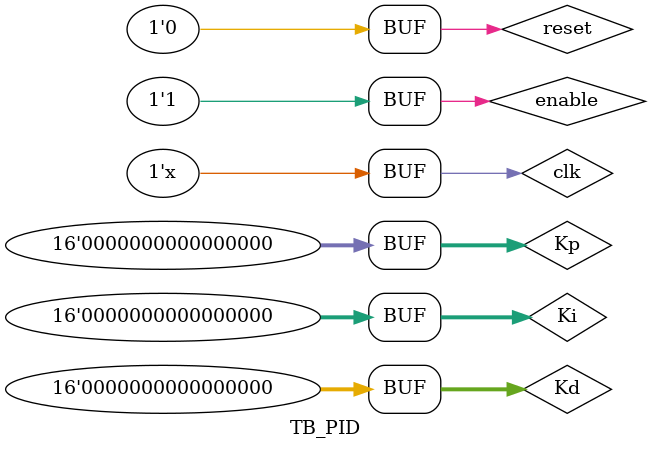
<source format=v>

`timescale 1ps/1ps
module TB_PID;
parameter WAITTIME = 10;
parameter CLKTIME = 500000000;

reg clk, reset;
wire ready;
reg signed [15:0] PV;
wire signed [15:0] result;
reg signed [15:0] Kp;
reg signed [15:0] Kd;
reg signed [15:0] Ki;
reg enable;



PID pid(
      .clk(clk),
      .reset(!reset),
      .Kp(Kp),
      .Kd(Kd),
      .Ki(Ki),
      .Sp(16'd500),
      .Pv(PV),
      .data(result),
      .ready(ready),
      .enable(enable)
    );

initial
  begin
    $display("Setting Up");
    PV = 0;
    Kp = 0;
    Kd = 0;
    Ki = 0;
    reset = 0;
    clk = 0;
    enable = 1;
    #WAITTIME;
    reset = 1;
    #WAITTIME
     reset = 0;
  end

always@(posedge ready)
  begin
      $display(result);
      PV = PV + (result/10) + ($random%11);
  end

always #CLKTIME
  begin
    clk = ~clk;
  end

endmodule

</source>
